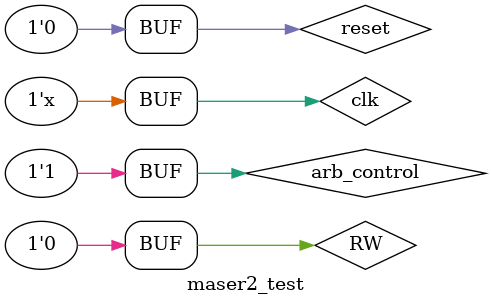
<source format=v>
`timescale 1ns / 1ps


module maser2_test;

	// Inputs
	reg clk;
	reg reset;
	reg arb_control;
	reg RW;

	// Outputs
	wire i2c_sda;
	wire i2c_scl;
	wire m1_i2c_sda;
	wire m1_i2c_scl;
	wire [6:0] LED_ADDR;
	wire [7:0] SEVEN_DATA;
	wire [1:0] anode;
	wire [6:0] cathode;

	// Instantiate the Unit Under Test (UUT)
	master_control uut (
		.clk(clk), 
		.reset(reset), 
		.arb_control(arb_control), 
		.RW(RW), 
		.i2c_sda(i2c_sda), 
		.i2c_scl(i2c_scl), 
		.m1_i2c_sda(m1_i2c_sda), 
		.m1_i2c_scl(m1_i2c_scl), 
		.LED_ADDR(LED_ADDR), 
		.SEVEN_DATA(SEVEN_DATA), 
		.anode(anode), 
		.cathode(cathode)
	);

	initial begin
		// Initialize Inputs
		clk = 0;
		reset = 1;
		arb_control = 1;
		RW = 0;

		// Wait 100 ns for global reset to finish
		#10;
        reset = 0;
		// Add stimulus here

	end
	always #1 clk = !clk ;
      
endmodule


</source>
